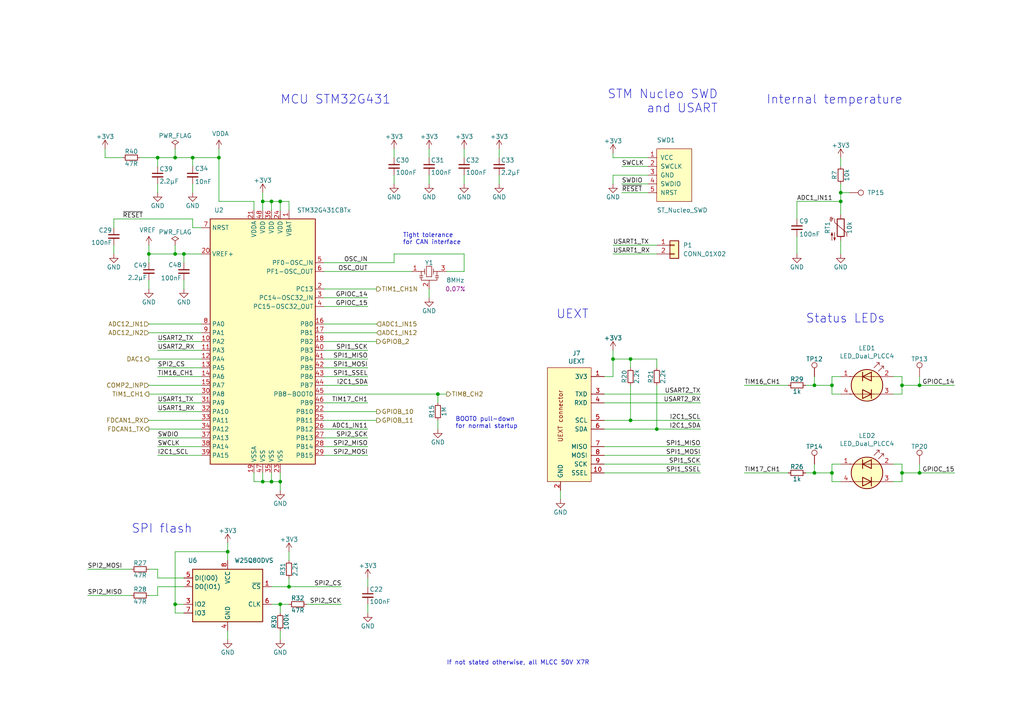
<source format=kicad_sch>
(kicad_sch (version 20211123) (generator eeschema)
  (paper "A4")
  (title_block (title "MPPT 2420 HC") (date "2021-03-17") (rev "0.2.3") (company "Copyright © 2020 Libre Solar Technologies GmbH") (comment 1 "Licensed under CERN-OHL-W version 2") (comment 2 "Author: Martin Jäger"))
  (lib_symbols
    (symbol "Connector:TestPoint" (pin_numbers hide) (pin_names (offset 0.762) hide)
      (property "Reference" "TP" (at 0 6.858 0))
      (property "Value" "TestPoint" (at 0 5.08 0))
      (symbol "TestPoint_0_1"
        (circle (center 0 3.302) (radius 0.762))
      )
      (symbol "TestPoint_1_1"
        (pin passive line (at 0 0 90) (length 2.54) (name "1") (number "1"))
      )
    )
    (symbol "Connector_Generic:Conn_01x02" (pin_names (offset 1.016) hide)
      (property "Reference" "J" (at 0 2.54 0))
      (property "Value" "Conn_01x02" (at 0 -5.08 0))
      (symbol "Conn_01x02_1_1"
        (rectangle (start -1.27 -2.413) (end 0 -2.667) (stroke (width 0.1524)))
        (rectangle (start -1.27 0.127) (end 0 -0.127) (stroke (width 0.1524)))
        (rectangle (start -1.27 1.27) (end 1.27 -3.81) (stroke (width 0.254)) (fill (type background)))
        (pin passive line (at -5.08 0 0) (length 3.81) (name "Pin_1") (number "1"))
        (pin passive line (at -5.08 -2.54 0) (length 3.81) (name "Pin_2") (number "2"))
      )
    )
    (symbol "Device:Thermistor_NTC" (pin_numbers hide) (pin_names (offset 0))
      (property "Reference" "TH" (at -4.445 0 90))
      (property "Value" "Thermistor_NTC" (at 3.175 0 90))
      (symbol "Thermistor_NTC_0_1"
        (arc (start -3.048 2.159) (mid -3.0495 2.3143) (end -3.175 2.413))
        (arc (start -3.048 2.159) (mid -2.9736 1.9794) (end -2.794 1.905))
        (arc (start -3.048 2.794) (mid -2.9736 2.6144) (end -2.794 2.54))
        (arc (start -2.794 1.905) (mid -2.6144 1.9794) (end -2.54 2.159))
        (arc (start -2.794 2.54) (mid -2.4393 2.5587) (end -2.159 2.794))
        (arc (start -2.794 3.048) (mid -2.9736 2.9736) (end -3.048 2.794))
        (arc (start -2.54 2.794) (mid -2.6144 2.9736) (end -2.794 3.048))
        (rectangle (start -1.016 2.54) (end 1.016 -2.54) (stroke (width 0.254)))
        (polyline (pts (xy -2.54 2.159) (xy -2.54 2.794)))
        (polyline (pts (xy -1.778 2.54) (xy -1.778 1.524) (xy 1.778 -1.524) (xy 1.778 -2.54)))
        (polyline (pts (xy -2.54 -3.683) (xy -2.54 -1.397) (xy -2.794 -2.159) (xy -2.286 -2.159) (xy -2.54 -1.397) (xy -2.54 -1.651)) (fill (type outline)))
        (polyline (pts (xy -1.778 -1.397) (xy -1.778 -3.683) (xy -2.032 -2.921) (xy -1.524 -2.921) (xy -1.778 -3.683) (xy -1.778 -3.429)) (fill (type outline)))
      )
      (symbol "Thermistor_NTC_1_1"
        (pin passive line (at 0 3.81 270) (length 1.27) (name "~") (number "1"))
        (pin passive line (at 0 -3.81 90) (length 1.27) (name "~") (number "2"))
      )
    )
    (symbol "Memory_Flash:W25Q128JVS"
      (property "Reference" "U" (at -8.89 8.89 0))
      (property "Value" "W25Q128JVS" (at 7.62 8.89 0))
      (symbol "W25Q128JVS_0_1"
        (rectangle (start -10.16 7.62) (end 10.16 -7.62) (stroke (width 0.254)) (fill (type background)))
      )
      (symbol "W25Q128JVS_1_1"
        (pin input line (at -12.7 2.54 0) (length 2.54) (name "~{CS}") (number "1"))
        (pin bidirectional line (at 12.7 2.54 180) (length 2.54) (name "DO(IO1)") (number "2"))
        (pin bidirectional line (at 12.7 -2.54 180) (length 2.54) (name "IO2") (number "3"))
        (pin power_in line (at 0 -10.16 90) (length 2.54) (name "GND") (number "4"))
        (pin bidirectional line (at 12.7 5.08 180) (length 2.54) (name "DI(IO0)") (number "5"))
        (pin input line (at -12.7 -2.54 0) (length 2.54) (name "CLK") (number "6"))
        (pin bidirectional line (at 12.7 -5.08 180) (length 2.54) (name "IO3") (number "7"))
        (pin power_in line (at 0 10.16 270) (length 2.54) (name "VCC") (number "8"))
      )
    )
    (symbol "Project:C" (pin_numbers hide) (pin_names (offset 0.254) hide)
      (property "Reference" "C" (at 0.635 1.905 0))
      (property "Value" "C" (at 0.635 -1.905 0))
      (symbol "C_0_1"
        (polyline (pts (xy -1.524 -0.508) (xy 1.524 -0.508)) (stroke (width 0.3302)))
        (polyline (pts (xy -1.524 0.508) (xy 0 0.508) (xy 1.524 0.508)) (stroke (width 0.3048)))
      )
      (symbol "C_1_1"
        (pin passive line (at 0 2.54 270) (length 1.905) (name "~") (number "1"))
        (pin passive line (at 0 -2.54 90) (length 2.032) (name "~") (number "2"))
      )
    )
    (symbol "Project:R" (pin_numbers hide) (pin_names (offset 0.254) hide)
      (property "Reference" "R" (at -1.905 0 90))
      (property "Value" "R" (at 1.905 0 90))
      (symbol "R_0_1"
        (rectangle (start -0.762 1.778) (end 0.762 -1.778) (stroke (width 0.2032)))
      )
      (symbol "R_1_1"
        (pin passive line (at 0 2.54 270) (length 0.762) (name "~") (number "1"))
        (pin passive line (at 0 -2.54 90) (length 0.762) (name "~") (number "2"))
      )
    )
    (symbol "Project:Resonator" (pin_names (offset 1.016) hide)
      (property "Reference" "Y" (at 0 2.54 0))
      (property "Value" "Resonator" (at 1.016 -4.572 0))
      (symbol "Resonator_0_1"
        (rectangle (start -0.762 -1.524) (end 0.762 1.524))
        (polyline (pts (xy -3.048 0) (xy -1.27 0)))
        (polyline (pts (xy -2.794 -1.778) (xy -1.778 -1.778)))
        (polyline (pts (xy -2.286 0) (xy -2.286 -1.27)))
        (polyline (pts (xy -1.27 -0.762) (xy -1.27 0.762)))
        (polyline (pts (xy 1.27 -0.762) (xy 1.27 0.762)))
        (polyline (pts (xy 1.27 0) (xy 3.048 0)))
        (polyline (pts (xy 1.778 -1.778) (xy 2.794 -1.778)))
        (polyline (pts (xy 1.778 -1.27) (xy 2.794 -1.27)))
        (polyline (pts (xy 2.286 0) (xy 2.286 -1.27)))
        (polyline (pts (xy -2.286 -1.778) (xy -2.286 -2.54) (xy 0 -2.54)))
        (polyline (pts (xy 2.286 -1.778) (xy 2.286 -2.54) (xy -0.254 -2.54)))
      )
      (symbol "Resonator_1_1"
        (polyline (pts (xy -2.794 -1.27) (xy -1.778 -1.27)))
        (pin passive line (at -5.08 0 0) (length 2.032) (name "1") (number "1"))
        (pin input line (at 0 -5.08 90) (length 2.54) (name "2") (number "2"))
        (pin passive line (at 5.08 0 180) (length 2.032) (name "3") (number "3"))
      )
    )
    (symbol "Project:UEXT" (pin_names (offset 1.016))
      (property "Reference" "J" (at -6.35 19.05 0))
      (property "Value" "UEXT" (at 6.35 19.05 0))
      (symbol "UEXT_0_0"
        (text "UEXT connector" (at -2.54 3.81 900) (effects (font (size 1.27 1.27))))
        (pin passive line (at 10.16 7.62 180) (length 3.81) (name "RXD") (number "4"))
      )
      (symbol "UEXT_0_1"
        (rectangle (start -6.35 17.78) (end 6.35 -15.24) (fill (type background)))
      )
      (symbol "UEXT_1_1"
        (pin passive line (at 10.16 15.24 180) (length 3.81) (name "3V3") (number "1"))
        (pin passive line (at 10.16 -12.7 180) (length 3.81) (name "SSEL") (number "10"))
        (pin passive line (at -2.54 -17.78 90) (length 2.54) (name "GND") (number "2"))
        (pin passive line (at 10.16 10.16 180) (length 3.81) (name "TXD") (number "3"))
        (pin passive line (at 10.16 2.54 180) (length 3.81) (name "SCL") (number "5"))
        (pin passive line (at 10.16 0 180) (length 3.81) (name "SDA") (number "6"))
        (pin passive line (at 10.16 -5.08 180) (length 3.81) (name "MISO") (number "7"))
        (pin passive line (at 10.16 -7.62 180) (length 3.81) (name "MOSI") (number "8"))
        (pin passive line (at 10.16 -10.16 180) (length 3.81) (name "SCK") (number "9"))
      )
    )
    (symbol "mppt-2420-hc-rescue:+3.3V-power" (power) (pin_names (offset 0))
      (property "Value" "+3.3V-power" (at 0 3.556 0))
      (symbol "+3.3V-power_0_1"
        (polyline (pts (xy -0.762 1.27) (xy 0 2.54)))
        (polyline (pts (xy 0 0) (xy 0 2.54)))
        (polyline (pts (xy 0 2.54) (xy 0.762 1.27)))
      )
      (symbol "+3.3V-power_1_1"
        (pin power_in line (at 0 0 90) (length 0) hide (name "+3V3") (number "1"))
      )
    )
    (symbol "mppt-2420-hc-rescue:LED_Dual_CACA_BackToBack-LibreSolar" (pin_names (offset 0) hide)
      (property "Reference" "D" (at 0 5.715 0))
      (property "Value" "LED_Dual_CACA_BackToBack-LibreSolar" (at 0 -6.35 0))
      (symbol "LED_Dual_CACA_BackToBack-LibreSolar_0_1"
        (polyline (pts (xy -5.08 -2.54) (xy 2.032 -2.54)))
        (polyline (pts (xy -5.08 2.54) (xy 2.032 2.54)))
        (polyline (pts (xy -1.27 3.81) (xy -1.27 1.27)) (stroke (width 0.254)))
        (polyline (pts (xy 1.27 -1.27) (xy 1.27 -3.81)) (stroke (width 0.254)))
        (polyline (pts (xy 3.81 -2.54) (xy 1.905 -2.54)))
        (polyline (pts (xy 3.81 2.54) (xy 1.905 2.54)))
        (polyline (pts (xy -1.27 -3.81) (xy -1.27 -1.27) (xy 1.27 -2.54) (xy -1.27 -3.81)) (stroke (width 0.254)))
        (polyline (pts (xy 1.27 3.81) (xy 1.27 1.27) (xy -1.27 2.54) (xy 1.27 3.81)) (stroke (width 0.254)))
        (polyline (pts (xy 2.032 5.08) (xy 3.556 6.604) (xy 2.794 6.604) (xy 3.556 6.604) (xy 3.556 5.842)))
        (polyline (pts (xy 3.302 4.064) (xy 4.826 5.588) (xy 4.064 5.588) (xy 4.826 5.588) (xy 4.826 4.826)))
        (circle (center 0 0) (radius 4.572) (stroke (width 0.254)) (fill (type background)))
      )
      (symbol "LED_Dual_CACA_BackToBack-LibreSolar_1_1"
        (pin input line (at -7.62 2.54 0) (length 3.048) (name "A1") (number "1"))
        (pin input line (at 7.62 2.54 180) (length 3.81) (name "K1") (number "2"))
        (pin input line (at 7.62 -2.54 180) (length 3.81) (name "A2") (number "3"))
        (pin input line (at -7.62 -2.54 0) (length 3.048) (name "K2") (number "4"))
      )
    )
    (symbol "mppt-2420-hc-rescue:STM32G431CBTx-LibreSolar"
      (property "Reference" "U" (at -15.24 36.83 0))
      (property "Value" "STM32G431CBTx-LibreSolar" (at 10.16 38.1 0))
      (symbol "STM32G431CBTx-LibreSolar_0_1"
        (rectangle (start -15.24 -35.56) (end 15.24 35.56) (stroke (width 0.254)) (fill (type background)))
      )
      (symbol "STM32G431CBTx-LibreSolar_1_1"
        (pin power_in line (at -7.62 38.1 270) (length 2.54) (name "VBAT") (number "1"))
        (pin bidirectional line (at 17.78 0 180) (length 2.54) (name "PA2") (number "10"))
        (pin bidirectional line (at 17.78 -2.54 180) (length 2.54) (name "PA3") (number "11"))
        (pin bidirectional line (at 17.78 -5.08 180) (length 2.54) (name "PA4") (number "12"))
        (pin bidirectional line (at 17.78 -7.62 180) (length 2.54) (name "PA5") (number "13"))
        (pin bidirectional line (at 17.78 -10.16 180) (length 2.54) (name "PA6") (number "14"))
        (pin bidirectional line (at 17.78 -12.7 180) (length 2.54) (name "PA7") (number "15"))
        (pin bidirectional line (at -17.78 5.08 0) (length 2.54) (name "PB0") (number "16"))
        (pin bidirectional line (at -17.78 2.54 0) (length 2.54) (name "PB1") (number "17"))
        (pin bidirectional line (at -17.78 0 0) (length 2.54) (name "PB2") (number "18"))
        (pin power_in line (at 2.54 -38.1 90) (length 2.54) (name "VSSA") (number "19"))
        (pin bidirectional line (at -17.78 15.24 0) (length 2.54) (name "PC13") (number "2"))
        (pin power_in line (at 17.78 25.4 180) (length 2.54) (name "VREF+") (number "20"))
        (pin power_in line (at 2.54 38.1 270) (length 2.54) (name "VDDA") (number "21"))
        (pin bidirectional line (at -17.78 -20.32 0) (length 2.54) (name "PB10") (number "22"))
        (pin power_in line (at -5.08 -38.1 90) (length 2.54) (name "VSS") (number "23"))
        (pin power_in line (at -5.08 38.1 270) (length 2.54) (name "VDD") (number "24"))
        (pin bidirectional line (at -17.78 -22.86 0) (length 2.54) (name "PB11") (number "25"))
        (pin bidirectional line (at -17.78 -25.4 0) (length 2.54) (name "PB12") (number "26"))
        (pin bidirectional line (at -17.78 -27.94 0) (length 2.54) (name "PB13") (number "27"))
        (pin bidirectional line (at -17.78 -30.48 0) (length 2.54) (name "PB14") (number "28"))
        (pin bidirectional line (at -17.78 -33.02 0) (length 2.54) (name "PB15") (number "29"))
        (pin bidirectional line (at -17.78 12.7 0) (length 2.54) (name "PC14-OSC32_IN") (number "3"))
        (pin bidirectional line (at 17.78 -15.24 180) (length 2.54) (name "PA8") (number "30"))
        (pin bidirectional line (at 17.78 -17.78 180) (length 2.54) (name "PA9") (number "31"))
        (pin bidirectional line (at 17.78 -20.32 180) (length 2.54) (name "PA10") (number "32"))
        (pin bidirectional line (at 17.78 -22.86 180) (length 2.54) (name "PA11") (number "33"))
        (pin bidirectional line (at 17.78 -25.4 180) (length 2.54) (name "PA12") (number "34"))
        (pin power_in line (at -2.54 -38.1 90) (length 2.54) (name "VSS") (number "35"))
        (pin power_in line (at -2.54 38.1 270) (length 2.54) (name "VDD") (number "36"))
        (pin bidirectional line (at 17.78 -27.94 180) (length 2.54) (name "PA13") (number "37"))
        (pin bidirectional line (at 17.78 -30.48 180) (length 2.54) (name "PA14") (number "38"))
        (pin bidirectional line (at 17.78 -33.02 180) (length 2.54) (name "PA15") (number "39"))
        (pin bidirectional line (at -17.78 10.16 0) (length 2.54) (name "PC15-OSC32_OUT") (number "4"))
        (pin bidirectional line (at -17.78 -2.54 0) (length 2.54) (name "PB3") (number "40"))
        (pin bidirectional line (at -17.78 -5.08 0) (length 2.54) (name "PB4") (number "41"))
        (pin bidirectional line (at -17.78 -7.62 0) (length 2.54) (name "PB5") (number "42"))
        (pin bidirectional line (at -17.78 -10.16 0) (length 2.54) (name "PB6") (number "43"))
        (pin bidirectional line (at -17.78 -12.7 0) (length 2.54) (name "PB7") (number "44"))
        (pin input line (at -17.78 -15.24 0) (length 2.54) (name "PB8-BOOT0") (number "45"))
        (pin bidirectional line (at -17.78 -17.78 0) (length 2.54) (name "PB9") (number "46"))
        (pin power_in line (at 0 -38.1 90) (length 2.54) (name "VSS") (number "47"))
        (pin power_in line (at 0 38.1 270) (length 2.54) (name "VDD") (number "48"))
        (pin input line (at -17.78 22.86 0) (length 2.54) (name "PF0-OSC_IN") (number "5"))
        (pin input line (at -17.78 20.32 0) (length 2.54) (name "PF1-OSC_OUT") (number "6"))
        (pin input line (at 17.78 33.02 180) (length 2.54) (name "NRST") (number "7"))
        (pin bidirectional line (at 17.78 5.08 180) (length 2.54) (name "PA0") (number "8"))
        (pin bidirectional line (at 17.78 2.54 180) (length 2.54) (name "PA1") (number "9"))
      )
    )
    (symbol "mppt-2420-hc-rescue:ST_Nucleo_SWD_5p-LibreSolar" (pin_names (offset 1.016))
      (property "Reference" "J" (at 0 8.89 0))
      (property "Value" "ST_Nucleo_SWD_5p-LibreSolar" (at 0 -8.89 0))
      (symbol "ST_Nucleo_SWD_5p-LibreSolar_0_1"
        (rectangle (start -5.08 7.62) (end 5.08 -7.62) (fill (type background)))
      )
      (symbol "ST_Nucleo_SWD_5p-LibreSolar_1_1"
        (pin passive line (at -7.62 5.08 0) (length 2.54) (name "VCC") (number "1"))
        (pin passive line (at -7.62 2.54 0) (length 2.54) (name "SWCLK") (number "2"))
        (pin passive line (at -7.62 0 0) (length 2.54) (name "GND") (number "3"))
        (pin passive line (at -7.62 -2.54 0) (length 2.54) (name "SWDIO") (number "4"))
        (pin passive line (at -7.62 -5.08 0) (length 2.54) (name "NRST") (number "5"))
      )
    )
    (symbol "mppt-2420-hc-rescue:VREF-LibreSolar" (power) (pin_names (offset 0))
      (property "Value" "VREF-LibreSolar" (at 0 3.81 0))
      (symbol "VREF-LibreSolar_0_1"
        (polyline (pts (xy -0.762 1.27) (xy 0 2.54)))
        (polyline (pts (xy 0 0) (xy 0 2.54)))
        (polyline (pts (xy 0 2.54) (xy 0.762 1.27)))
      )
      (symbol "VREF-LibreSolar_1_1"
        (pin power_in line (at 0 0 90) (length 0) hide (name "VREF") (number "1"))
      )
    )
    (symbol "power:GND" (power) (pin_names (offset 0))
      (property "Value" "GND" (at 0 -3.81 0))
      (symbol "GND_0_1"
        (polyline (pts (xy 0 0) (xy 0 -1.27) (xy 1.27 -1.27) (xy 0 -2.54) (xy -1.27 -1.27) (xy 0 -1.27)))
      )
      (symbol "GND_1_1"
        (pin power_in line (at 0 0 270) (length 0) hide (name "GND") (number "1"))
      )
    )
    (symbol "power:PWR_FLAG" (power) (pin_numbers hide) (pin_names (offset 0) hide)
      (property "Value" "PWR_FLAG" (at 0 3.81 0))
      (symbol "PWR_FLAG_0_0"
        (pin power_out line (at 0 0 90) (length 0) (name "pwr") (number "1"))
      )
      (symbol "PWR_FLAG_0_1"
        (polyline (pts (xy 0 0) (xy 0 1.27) (xy -1.016 1.905) (xy 0 2.54) (xy 1.016 1.905) (xy 0 1.27)))
      )
    )
    (symbol "power:VDDA" (power) (pin_names (offset 0))
      (property "Value" "VDDA" (at 0 3.81 0))
      (symbol "VDDA_0_1"
        (polyline (pts (xy -0.762 1.27) (xy 0 2.54)))
        (polyline (pts (xy 0 0) (xy 0 2.54)))
        (polyline (pts (xy 0 2.54) (xy 0.762 1.27)))
      )
      (symbol "VDDA_1_1"
        (pin power_in line (at 0 0 90) (length 0) hide (name "VDDA") (number "1"))
      )
    )
  )
  (junction (at 241.3 111.76))
  (junction (at 66.04 160.02))
  (junction (at 127 114.3))
  (junction (at 81.28 58.42))
  (junction (at 266.7 111.76))
  (junction (at 190.5 124.46))
  (junction (at 50.8 175.26))
  (junction (at 81.28 139.7))
  (junction (at 177.8 104.14))
  (junction (at 78.74 139.7))
  (junction (at 261.62 137.16))
  (junction (at 182.88 104.14))
  (junction (at 63.5 45.72))
  (junction (at 241.3 137.16))
  (junction (at 243.84 58.42))
  (junction (at 50.8 45.72))
  (junction (at 45.72 45.72))
  (junction (at 243.84 55.88))
  (junction (at 53.34 73.66))
  (junction (at 236.22 137.16))
  (junction (at 261.62 111.76))
  (junction (at 182.88 121.92))
  (junction (at 55.88 45.72))
  (junction (at 83.82 170.18))
  (junction (at 266.7 137.16))
  (junction (at 43.18 73.66))
  (junction (at 50.8 73.66))
  (junction (at 78.74 58.42))
  (junction (at 236.22 111.76))
  (junction (at 76.2 58.42))
  (junction (at 81.28 175.26))
  (junction (at 76.2 139.7))
  (wire (pts (xy 76.2 139.7) (xy 76.2 137.16)))
  (wire (pts (xy 81.28 142.24) (xy 81.28 139.7)))
  (wire (pts (xy 109.22 99.06) (xy 93.98 99.06)))
  (wire (pts (xy 241.3 137.16) (xy 241.3 139.7)))
  (wire (pts (xy 45.72 172.72) (xy 43.18 172.72)))
  (wire (pts (xy 45.72 167.64) (xy 53.34 167.64)))
  (wire (pts (xy 76.2 55.88) (xy 76.2 58.42)))
  (wire (pts (xy 58.42 124.46) (xy 43.18 124.46)))
  (wire (pts (xy 55.88 53.34) (xy 55.88 55.88)))
  (wire (pts (xy 58.42 114.3) (xy 43.18 114.3)))
  (wire (pts (xy 43.18 121.92) (xy 58.42 121.92)))
  (wire (pts (xy 261.62 137.16) (xy 261.62 134.62)))
  (wire (pts (xy 236.22 137.16) (xy 236.22 134.62)))
  (wire (pts (xy 127 114.3) (xy 93.98 114.3)))
  (wire (pts (xy 73.66 139.7) (xy 73.66 137.16)))
  (wire (pts (xy 78.74 58.42) (xy 78.74 60.96)))
  (wire (pts (xy 190.5 124.46) (xy 203.2 124.46)))
  (wire (pts (xy 261.62 111.76) (xy 266.7 111.76)))
  (wire (pts (xy 266.7 109.22) (xy 266.7 111.76)))
  (wire (pts (xy 236.22 111.76) (xy 233.68 111.76)))
  (wire (pts (xy 55.88 45.72) (xy 55.88 48.26)))
  (wire (pts (xy 81.28 182.88) (xy 81.28 185.42)))
  (wire (pts (xy 63.5 43.18) (xy 63.5 45.72)))
  (wire (pts (xy 38.1 172.72) (xy 25.4 172.72)))
  (wire (pts (xy 58.42 109.22) (xy 45.72 109.22)))
  (wire (pts (xy 134.62 50.8) (xy 134.62 53.34)))
  (wire (pts (xy 182.88 111.76) (xy 182.88 121.92)))
  (wire (pts (xy 106.68 116.84) (xy 93.98 116.84)))
  (wire (pts (xy 106.68 167.64) (xy 106.68 170.18)))
  (wire (pts (xy 177.8 71.12) (xy 190.5 71.12)))
  (wire (pts (xy 53.34 73.66) (xy 53.34 76.2)))
  (wire (pts (xy 241.3 134.62) (xy 241.3 137.16)))
  (wire (pts (xy 93.98 88.9) (xy 106.68 88.9)))
  (wire (pts (xy 55.88 45.72) (xy 63.5 45.72)))
  (wire (pts (xy 45.72 45.72) (xy 50.8 45.72)))
  (wire (pts (xy 83.82 60.96) (xy 83.82 58.42)))
  (wire (pts (xy 50.8 71.12) (xy 50.8 73.66)))
  (wire (pts (xy 241.3 114.3) (xy 241.3 111.76)))
  (wire (pts (xy 78.74 170.18) (xy 83.82 170.18)))
  (wire (pts (xy 58.42 106.68) (xy 45.72 106.68)))
  (wire (pts (xy 33.02 71.12) (xy 33.02 73.66)))
  (wire (pts (xy 43.18 111.76) (xy 58.42 111.76)))
  (wire (pts (xy 58.42 99.06) (xy 45.72 99.06)))
  (wire (pts (xy 241.3 109.22) (xy 243.84 109.22)))
  (wire (pts (xy 78.74 175.26) (xy 81.28 175.26)))
  (wire (pts (xy 63.5 45.72) (xy 63.5 58.42)))
  (wire (pts (xy 134.62 78.74) (xy 129.54 78.74)))
  (wire (pts (xy 73.66 60.96) (xy 73.66 58.42)))
  (wire (pts (xy 177.8 44.45) (xy 177.8 45.72)))
  (wire (pts (xy 93.98 93.98) (xy 109.22 93.98)))
  (wire (pts (xy 241.3 111.76) (xy 241.3 109.22)))
  (wire (pts (xy 45.72 170.18) (xy 45.72 172.72)))
  (wire (pts (xy 182.88 106.68) (xy 182.88 104.14)))
  (wire (pts (xy 175.26 137.16) (xy 203.2 137.16)))
  (wire (pts (xy 43.18 76.2) (xy 43.18 73.66)))
  (wire (pts (xy 66.04 182.88) (xy 66.04 185.42)))
  (wire (pts (xy 45.72 127) (xy 58.42 127)))
  (wire (pts (xy 55.88 63.5) (xy 55.88 66.04)))
  (wire (pts (xy 175.26 116.84) (xy 203.2 116.84)))
  (wire (pts (xy 50.8 177.8) (xy 53.34 177.8)))
  (wire (pts (xy 30.48 45.72) (xy 30.48 43.18)))
  (wire (pts (xy 187.96 55.88) (xy 180.34 55.88)))
  (wire (pts (xy 261.62 109.22) (xy 261.62 111.76)))
  (wire (pts (xy 190.5 111.76) (xy 190.5 124.46)))
  (wire (pts (xy 175.26 121.92) (xy 182.88 121.92)))
  (wire (pts (xy 228.6 111.76) (xy 215.9 111.76)))
  (wire (pts (xy 182.88 121.92) (xy 203.2 121.92)))
  (wire (pts (xy 53.34 170.18) (xy 45.72 170.18)))
  (wire (pts (xy 106.68 177.8) (xy 106.68 175.26)))
  (wire (pts (xy 81.28 58.42) (xy 83.82 58.42)))
  (wire (pts (xy 58.42 96.52) (xy 43.18 96.52)))
  (wire (pts (xy 76.2 139.7) (xy 73.66 139.7)))
  (wire (pts (xy 175.26 134.62) (xy 203.2 134.62)))
  (wire (pts (xy 45.72 48.26) (xy 45.72 45.72)))
  (wire (pts (xy 241.3 134.62) (xy 243.84 134.62)))
  (wire (pts (xy 58.42 129.54) (xy 45.72 129.54)))
  (wire (pts (xy 243.84 114.3) (xy 241.3 114.3)))
  (wire (pts (xy 33.02 63.5) (xy 33.02 66.04)))
  (wire (pts (xy 177.8 50.8) (xy 177.8 53.34)))
  (wire (pts (xy 50.8 175.26) (xy 50.8 177.8)))
  (wire (pts (xy 45.72 45.72) (xy 40.64 45.72)))
  (wire (pts (xy 231.14 68.58) (xy 231.14 73.66)))
  (wire (pts (xy 106.68 106.68) (xy 93.98 106.68)))
  (wire (pts (xy 114.3 43.18) (xy 114.3 45.72)))
  (wire (pts (xy 93.98 111.76) (xy 106.68 111.76)))
  (wire (pts (xy 53.34 81.28) (xy 53.34 83.82)))
  (wire (pts (xy 93.98 127) (xy 106.68 127)))
  (wire (pts (xy 81.28 58.42) (xy 81.28 60.96)))
  (wire (pts (xy 93.98 76.2) (xy 114.3 76.2)))
  (wire (pts (xy 81.28 139.7) (xy 78.74 139.7)))
  (wire (pts (xy 276.86 137.16) (xy 266.7 137.16)))
  (wire (pts (xy 231.14 58.42) (xy 243.84 58.42)))
  (wire (pts (xy 228.6 137.16) (xy 215.9 137.16)))
  (wire (pts (xy 134.62 43.18) (xy 134.62 45.72)))
  (wire (pts (xy 93.98 129.54) (xy 106.68 129.54)))
  (wire (pts (xy 259.08 109.22) (xy 261.62 109.22)))
  (wire (pts (xy 114.3 76.2) (xy 114.3 73.66)))
  (wire (pts (xy 50.8 45.72) (xy 55.88 45.72)))
  (wire (pts (xy 187.96 50.8) (xy 177.8 50.8)))
  (wire (pts (xy 177.8 73.66) (xy 190.5 73.66)))
  (wire (pts (xy 106.68 86.36) (xy 93.98 86.36)))
  (wire (pts (xy 50.8 73.66) (xy 43.18 73.66)))
  (wire (pts (xy 109.22 96.52) (xy 93.98 96.52)))
  (wire (pts (xy 81.28 139.7) (xy 81.28 137.16)))
  (wire (pts (xy 58.42 93.98) (xy 43.18 93.98)))
  (wire (pts (xy 93.98 132.08) (xy 106.68 132.08)))
  (wire (pts (xy 187.96 48.26) (xy 180.34 48.26)))
  (wire (pts (xy 177.8 104.14) (xy 177.8 101.6)))
  (wire (pts (xy 175.26 129.54) (xy 203.2 129.54)))
  (wire (pts (xy 261.62 114.3) (xy 259.08 114.3)))
  (wire (pts (xy 45.72 119.38) (xy 58.42 119.38)))
  (wire (pts (xy 190.5 106.68) (xy 190.5 104.14)))
  (wire (pts (xy 33.02 63.5) (xy 55.88 63.5)))
  (wire (pts (xy 124.46 83.82) (xy 124.46 86.36)))
  (wire (pts (xy 175.26 114.3) (xy 203.2 114.3)))
  (wire (pts (xy 106.68 101.6) (xy 93.98 101.6)))
  (wire (pts (xy 53.34 175.26) (xy 50.8 175.26)))
  (wire (pts (xy 243.84 53.34) (xy 243.84 55.88)))
  (wire (pts (xy 259.08 134.62) (xy 261.62 134.62)))
  (wire (pts (xy 134.62 73.66) (xy 134.62 78.74)))
  (wire (pts (xy 93.98 119.38) (xy 109.22 119.38)))
  (wire (pts (xy 66.04 160.02) (xy 66.04 162.56)))
  (wire (pts (xy 25.4 165.1) (xy 38.1 165.1)))
  (wire (pts (xy 182.88 104.14) (xy 190.5 104.14)))
  (wire (pts (xy 231.14 63.5) (xy 231.14 58.42)))
  (wire (pts (xy 83.82 170.18) (xy 83.82 167.64)))
  (wire (pts (xy 243.84 45.72) (xy 243.84 48.26)))
  (wire (pts (xy 241.3 139.7) (xy 243.84 139.7)))
  (wire (pts (xy 93.98 78.74) (xy 119.38 78.74)))
  (wire (pts (xy 177.8 45.72) (xy 187.96 45.72)))
  (wire (pts (xy 66.04 157.48) (xy 66.04 160.02)))
  (wire (pts (xy 124.46 53.34) (xy 124.46 50.8)))
  (wire (pts (xy 114.3 73.66) (xy 134.62 73.66)))
  (wire (pts (xy 81.28 177.8) (xy 81.28 175.26)))
  (wire (pts (xy 175.26 109.22) (xy 177.8 109.22)))
  (wire (pts (xy 88.9 175.26) (xy 99.06 175.26)))
  (wire (pts (xy 144.78 50.8) (xy 144.78 53.34)))
  (wire (pts (xy 78.74 58.42) (xy 81.28 58.42)))
  (wire (pts (xy 50.8 160.02) (xy 66.04 160.02)))
  (wire (pts (xy 259.08 139.7) (xy 261.62 139.7)))
  (wire (pts (xy 109.22 121.92) (xy 93.98 121.92)))
  (wire (pts (xy 124.46 43.18) (xy 124.46 45.72)))
  (wire (pts (xy 243.84 55.88) (xy 243.84 58.42)))
  (wire (pts (xy 76.2 58.42) (xy 78.74 58.42)))
  (wire (pts (xy 43.18 71.12) (xy 43.18 73.66)))
  (wire (pts (xy 261.62 139.7) (xy 261.62 137.16)))
  (wire (pts (xy 83.82 170.18) (xy 99.06 170.18)))
  (wire (pts (xy 93.98 124.46) (xy 106.68 124.46)))
  (wire (pts (xy 236.22 111.76) (xy 241.3 111.76)))
  (wire (pts (xy 109.22 83.82) (xy 93.98 83.82)))
  (wire (pts (xy 114.3 53.34) (xy 114.3 50.8)))
  (wire (pts (xy 45.72 116.84) (xy 58.42 116.84)))
  (wire (pts (xy 43.18 81.28) (xy 43.18 83.82)))
  (wire (pts (xy 243.84 69.85) (xy 243.84 73.66)))
  (wire (pts (xy 182.88 104.14) (xy 177.8 104.14)))
  (wire (pts (xy 78.74 139.7) (xy 78.74 137.16)))
  (wire (pts (xy 236.22 137.16) (xy 241.3 137.16)))
  (wire (pts (xy 203.2 132.08) (xy 175.26 132.08)))
  (wire (pts (xy 144.78 45.72) (xy 144.78 43.18)))
  (wire (pts (xy 246.38 55.88) (xy 243.84 55.88)))
  (wire (pts (xy 266.7 111.76) (xy 276.86 111.76)))
  (wire (pts (xy 50.8 175.26) (xy 50.8 160.02)))
  (wire (pts (xy 73.66 58.42) (xy 63.5 58.42)))
  (wire (pts (xy 266.7 137.16) (xy 261.62 137.16)))
  (wire (pts (xy 58.42 132.08) (xy 45.72 132.08)))
  (wire (pts (xy 76.2 58.42) (xy 76.2 60.96)))
  (wire (pts (xy 162.56 142.24) (xy 162.56 144.78)))
  (wire (pts (xy 35.56 45.72) (xy 30.48 45.72)))
  (wire (pts (xy 81.28 175.26) (xy 83.82 175.26)))
  (wire (pts (xy 177.8 109.22) (xy 177.8 104.14)))
  (wire (pts (xy 58.42 101.6) (xy 45.72 101.6)))
  (wire (pts (xy 243.84 58.42) (xy 243.84 62.23)))
  (wire (pts (xy 93.98 109.22) (xy 106.68 109.22)))
  (wire (pts (xy 127 114.3) (xy 127 116.84)))
  (wire (pts (xy 45.72 53.34) (xy 45.72 55.88)))
  (wire (pts (xy 261.62 111.76) (xy 261.62 114.3)))
  (wire (pts (xy 93.98 104.14) (xy 106.68 104.14)))
  (wire (pts (xy 233.68 137.16) (xy 236.22 137.16)))
  (wire (pts (xy 175.26 124.46) (xy 190.5 124.46)))
  (wire (pts (xy 50.8 43.18) (xy 50.8 45.72)))
  (wire (pts (xy 187.96 53.34) (xy 180.34 53.34)))
  (wire (pts (xy 53.34 73.66) (xy 50.8 73.66)))
  (wire (pts (xy 45.72 165.1) (xy 45.72 167.64)))
  (wire (pts (xy 127 121.92) (xy 127 124.46)))
  (wire (pts (xy 83.82 162.56) (xy 83.82 160.02)))
  (wire (pts (xy 236.22 109.22) (xy 236.22 111.76)))
  (wire (pts (xy 129.54 114.3) (xy 127 114.3)))
  (wire (pts (xy 43.18 104.14) (xy 58.42 104.14)))
  (wire (pts (xy 43.18 165.1) (xy 45.72 165.1)))
  (wire (pts (xy 55.88 66.04) (xy 58.42 66.04)))
  (wire (pts (xy 58.42 73.66) (xy 53.34 73.66)))
  (wire (pts (xy 266.7 137.16) (xy 266.7 134.62)))
  (wire (pts (xy 78.74 139.7) (xy 76.2 139.7)))
  (text "BOOT0 pull-down\nfor normal startup" (at 132.08 124.46 0) (effects (font (size 1.27 1.27)) (justify left bottom)))
  (text "If not stated otherwise, all MLCC 50V X7R" (at 129.54 193.04 0) (effects (font (size 1.27 1.27)) (justify left bottom)))
  (text "Tight tolerance\nfor CAN interface" (at 116.84 71.12 0) (effects (font (size 1.27 1.27)) (justify left bottom)))
  (text "UEXT" (at 161.29 92.71 0) (effects (font (size 2.54 2.54)) (justify left bottom)))
  (text "Internal temperature" (at 222.25 30.48 0) (effects (font (size 2.54 2.54)) (justify left bottom)))
  (text "STM Nucleo SWD\nand USART" (at 208.28 33.02 180) (effects (font (size 2.54 2.54)) (justify right bottom)))
  (text "MCU STM32G431" (at 81.28 30.48 0) (effects (font (size 2.54 2.54)) (justify left bottom)))
  (text "SPI flash" (at 38.1 154.94 0) (effects (font (size 2.54 2.54)) (justify left bottom)))
  (text "Status LEDs" (at 233.68 93.98 0) (effects (font (size 2.54 2.54)) (justify left bottom)))
  (label "SPI1_MOSI" (at 106.68 106.68 180))
  (label "USART1_RX" (at 177.8 73.66 0))
  (label "SPI1_MOSI" (at 203.2 132.08 180))
  (label "SPI2_MISO" (at 25.4 172.72 0))
  (label "~{RESET}" (at 35.56 63.5 0))
  (label "USART1_RX" (at 45.72 119.38 0))
  (label "USART2_RX" (at 203.2 116.84 180))
  (label "SPI1_MISO" (at 203.2 129.54 180))
  (label "ADC1_IN11" (at 231.14 58.42 0))
  (label "TIM16_CH1" (at 45.72 109.22 0))
  (label "SPI2_CS" (at 99.06 170.18 180))
  (label "GPIOC_15" (at 106.68 88.9 180))
  (label "USART2_TX" (at 203.2 114.3 180))
  (label "SPI2_SCK" (at 106.68 127 180))
  (label "SPI1_SSEL" (at 203.2 137.16 180))
  (label "SWDIO" (at 45.72 127 0))
  (label "USART2_TX" (at 45.72 99.06 0))
  (label "SPI1_SCK" (at 203.2 134.62 180))
  (label "SPI2_MOSI" (at 25.4 165.1 0))
  (label "TIM17_CH1" (at 215.9 137.16 0))
  (label "SWCLK" (at 45.72 129.54 0))
  (label "USART1_TX" (at 45.72 116.84 0))
  (label "GPIOC_15" (at 276.86 137.16 180))
  (label "USART2_RX" (at 45.72 101.6 0))
  (label "TIM16_CH1" (at 215.9 111.76 0))
  (label "OSC_IN" (at 106.68 76.2 180))
  (label "SWDIO" (at 180.34 53.34 0))
  (label "USART1_TX" (at 177.8 71.12 0))
  (label "SPI2_CS" (at 45.72 106.68 0))
  (label "SPI2_MOSI" (at 106.68 132.08 180))
  (label "GPIOC_14" (at 276.86 111.76 180))
  (label "~{RESET}" (at 180.34 55.88 0))
  (label "I2C1_SDA" (at 106.68 111.76 180))
  (label "ADC1_IN11" (at 106.68 124.46 180))
  (label "SPI1_SCK" (at 106.68 101.6 180))
  (label "I2C1_SCL" (at 45.72 132.08 0))
  (label "SWCLK" (at 180.34 48.26 0))
  (label "I2C1_SCL" (at 203.2 121.92 180))
  (label "SPI1_SSEL" (at 106.68 109.22 180))
  (label "SPI2_MISO" (at 106.68 129.54 180))
  (label "GPIOC_14" (at 106.68 86.36 180))
  (label "SPI1_MISO" (at 106.68 104.14 180))
  (label "OSC_OUT" (at 106.68 78.74 180))
  (label "TIM17_CH1" (at 106.68 116.84 180))
  (label "I2C1_SDA" (at 203.2 124.46 180))
  (label "SPI2_SCK" (at 99.06 175.26 180))
  (hierarchical_label "GPIOB_11" (shape output) (at 109.22 121.92 0))
  (hierarchical_label "TIM1_CH1N" (shape output) (at 109.22 83.82 0))
  (hierarchical_label "ADC1_IN12" (shape input) (at 109.22 96.52 0))
  (hierarchical_label "TIM8_CH2" (shape output) (at 129.54 114.3 0))
  (hierarchical_label "FDCAN1_TX" (shape output) (at 43.18 124.46 180))
  (hierarchical_label "DAC1" (shape output) (at 43.18 104.14 180))
  (hierarchical_label "ADC12_IN1" (shape input) (at 43.18 93.98 180))
  (hierarchical_label "FDCAN1_RX" (shape input) (at 43.18 121.92 180))
  (hierarchical_label "ADC1_IN15" (shape input) (at 109.22 93.98 0))
  (hierarchical_label "TIM1_CH1" (shape output) (at 43.18 114.3 180))
  (hierarchical_label "ADC12_IN2" (shape input) (at 43.18 96.52 180))
  (hierarchical_label "GPIOB_10" (shape output) (at 109.22 119.38 0))
  (hierarchical_label "COMP2_INP" (shape input) (at 43.18 111.76 180))
  (hierarchical_label "GPIOB_2" (shape output) (at 109.22 99.06 0))
  (symbol (lib_id "power:GND") (at 114.3 53.34 0) (unit 1)
    (property "Reference" "#PWR09" (effects hide))
    (property "Value" "GND" (at 114.3 57.15 0))
  )
  (symbol (lib_id "power:GND") (at 124.46 53.34 0) (unit 1)
    (property "Reference" "#PWR010" (effects hide))
    (property "Value" "GND" (at 124.46 57.15 0))
  )
  (symbol (lib_id "power:GND") (at 134.62 53.34 0) (unit 1)
    (property "Reference" "#PWR011" (effects hide))
    (property "Value" "GND" (at 134.62 57.15 0))
  )
  (symbol (lib_id "power:GND") (at 144.78 53.34 0) (unit 1)
    (property "Reference" "#PWR012" (effects hide))
    (property "Value" "GND" (at 144.78 57.15 0))
  )
  (symbol (lib_id "power:GND") (at 55.88 55.88 0) (unit 1)
    (property "Reference" "#PWR013" (effects hide))
    (property "Value" "GND" (at 55.88 59.69 0))
  )
  (symbol (lib_id "mppt-2420-hc-rescue:+3.3V-power") (at 114.3 43.18 0) (unit 1)
    (property "Reference" "#PWR014" (effects hide))
    (property "Value" "+3.3V" (at 114.3 39.624 0))
  )
  (symbol (lib_id "mppt-2420-hc-rescue:+3.3V-power") (at 124.46 43.18 0) (unit 1)
    (property "Reference" "#PWR015" (effects hide))
    (property "Value" "+3.3V" (at 124.46 39.624 0))
  )
  (symbol (lib_id "mppt-2420-hc-rescue:+3.3V-power") (at 134.62 43.18 0) (unit 1)
    (property "Reference" "#PWR016" (effects hide))
    (property "Value" "+3.3V" (at 134.62 39.624 0))
  )
  (symbol (lib_id "mppt-2420-hc-rescue:+3.3V-power") (at 144.78 43.18 0) (unit 1)
    (property "Reference" "#PWR017" (effects hide))
    (property "Value" "+3.3V" (at 144.78 39.624 0))
  )
  (symbol (lib_id "mppt-2420-hc-rescue:+3.3V-power") (at 76.2 55.88 0) (unit 1)
    (property "Reference" "#PWR024" (effects hide))
    (property "Value" "+3.3V" (at 76.2 52.324 0))
  )
  (symbol (lib_id "mppt-2420-hc-rescue:+3.3V-power") (at 30.48 43.18 0) (unit 1)
    (property "Reference" "#PWR025" (effects hide))
    (property "Value" "+3.3V" (at 30.48 39.624 0))
  )
  (symbol (lib_id "power:GND") (at 33.02 73.66 0) (mirror y) (unit 1)
    (property "Reference" "#PWR026" (effects hide))
    (property "Value" "GND" (at 33.02 77.47 0))
  )
  (symbol (lib_id "Project:C") (at 33.02 68.58 0) (mirror y) (unit 1)
    (property "Reference" "C29" (at 32.512 66.802 0) (effects (justify left)))
    (property "Value" "100nF" (at 32.512 70.358 0) (effects (justify left)))
    (property "Footprint" "LibreSolar:C_0603_1608" (effects hide))
    (property "Manufacturer" "any" (effects hide))
  )
  (symbol (lib_id "Project:C") (at 114.3 48.26 0) (unit 1)
    (property "Reference" "C30" (at 114.808 46.482 0) (effects (justify left)))
    (property "Value" "100nF" (at 114.808 50.038 0) (effects (justify left)))
    (property "Footprint" "LibreSolar:C_0603_1608" (effects hide))
    (property "Manufacturer" "any" (effects hide))
  )
  (symbol (lib_id "Project:C") (at 124.46 48.26 0) (unit 1)
    (property "Reference" "C31" (at 124.968 46.482 0) (effects (justify left)))
    (property "Value" "100nF" (at 124.968 50.038 0) (effects (justify left)))
    (property "Footprint" "LibreSolar:C_0603_1608" (effects hide))
    (property "Manufacturer" "any" (effects hide))
  )
  (symbol (lib_id "Project:C") (at 134.62 48.26 0) (unit 1)
    (property "Reference" "C32" (at 135.128 46.482 0) (effects (justify left)))
    (property "Value" "100nF" (at 135.128 50.038 0) (effects (justify left)))
    (property "Footprint" "LibreSolar:C_0603_1608" (effects hide))
    (property "Manufacturer" "any" (effects hide))
  )
  (symbol (lib_id "Project:C") (at 55.88 50.8 0) (unit 1)
    (property "Reference" "C34" (at 56.515 48.895 0) (effects (justify left)))
    (property "Value" "10nF" (at 56.515 52.705 0) (effects (justify left)))
    (property "Footprint" "LibreSolar:C_0603_1608" (effects hide))
    (property "Manufacturer" "any" (effects hide))
  )
  (symbol (lib_id "Project:C") (at 144.78 48.26 0) (unit 1)
    (property "Reference" "C33" (at 145.288 46.482 0) (effects (justify left)))
    (property "Value" "2.2µF" (at 145.288 50.038 0) (effects (justify left)))
    (property "Footprint" "LibreSolar:C_0603_1608" (effects hide))
    (property "Manufacturer" "any" (effects hide))
    (property "Remarks" "25V, X5R" (effects hide))
  )
  (symbol (lib_id "power:PWR_FLAG") (at 50.8 43.18 0) (unit 1)
    (property "Reference" "#FLG032" (effects hide))
    (property "Value" "PWR_FLAG" (at 50.8 39.37 0))
  )
  (symbol (lib_id "power:GND") (at 177.8 53.34 0) (unit 1)
    (property "Reference" "#PWR030" (effects hide))
    (property "Value" "GND" (at 177.8 57.15 0))
  )
  (symbol (lib_id "mppt-2420-hc-rescue:+3.3V-power") (at 177.8 44.45 0) (unit 1)
    (property "Reference" "#PWR031" (effects hide))
    (property "Value" "+3.3V" (at 177.8 40.894 0))
  )
  (symbol (lib_id "mppt-2420-hc-rescue:ST_Nucleo_SWD_5p-LibreSolar") (at 195.58 50.8 0) (unit 1)
    (property "Reference" "SWD1" (at 190.5 40.64 0) (effects (justify left)))
    (property "Value" "ST_Nucleo_SWD" (at 190.5 60.96 0) (effects (justify left)))
    (property "Footprint" "Connector_PinHeader_2.54mm:PinHeader_1x05_P2.54mm_Vertical" (effects hide))
    (property "Manufacturer" "any" (effects hide))
    (property "PartNumber" "Pin header 1x5, 2.54mm pitch" (effects hide))
  )
  (symbol (lib_id "Connector_Generic:Conn_01x02") (at 195.58 71.12 0) (unit 1)
    (property "Reference" "P1" (at 198.12 71.12 0) (effects (justify left)))
    (property "Value" "CONN_01X02" (at 198.12 73.66 0) (effects (justify left)))
    (property "Footprint" "Connector_PinHeader_2.54mm:PinHeader_1x02_P2.54mm_Vertical" (effects hide))
    (property "Manufacturer" "any" (effects hide))
    (property "PartNumber" "Pin header 1x5, 2.54mm pitch" (effects hide))
  )
  (symbol (lib_id "Project:C") (at 106.68 172.72 0) (unit 1)
    (property "Reference" "C22" (at 107.188 170.942 0) (effects (justify left)))
    (property "Value" "100nF" (at 107.188 174.498 0) (effects (justify left)))
    (property "Footprint" "LibreSolar:C_0603_1608" (effects hide))
    (property "Manufacturer" "any" (effects hide))
  )
  (symbol (lib_id "mppt-2420-hc-rescue:+3.3V-power") (at 66.04 157.48 0) (unit 1)
    (property "Reference" "#PWR034" (effects hide))
    (property "Value" "+3.3V" (at 66.04 153.924 0))
  )
  (symbol (lib_id "power:GND") (at 81.28 142.24 0) (unit 1)
    (property "Reference" "#PWR094" (effects hide))
    (property "Value" "GND" (at 81.28 146.05 0))
  )
  (symbol (lib_id "Project:Resonator") (at 124.46 78.74 0) (unit 1)
    (property "Reference" "Y1" (at 124.46 76.2 0))
    (property "Value" "8MHz" (at 132.08 81.28 0))
    (property "Footprint" "LibreSolar:Resonator_Murata_CSTNE" (effects hide))
    (property "Manufacturer" "Murata" (effects hide))
    (property "PartNumber" "CSTNE8M00GH5C000R0" (effects hide))
    (property "Remarks" "0.07%" (at 132.08 83.82 0))
    (property "Config" "+can" (effects hide))
  )
  (symbol (lib_id "power:GND") (at 124.46 86.36 0) (unit 1)
    (property "Reference" "#PWR048" (effects hide))
    (property "Value" "GND" (at 124.46 90.17 0))
  )
  (symbol (lib_id "Project:UEXT") (at 165.1 124.46 0) (unit 1)
    (property "Reference" "J7" (at 167.2082 102.489 0))
    (property "Value" "UEXT" (at 167.2082 104.8004 0))
    (property "Footprint" "LibreSolar:Box_Header_2x05x2.54mm_Straight" (effects hide))
    (property "Manufacturer" "any" (effects hide))
    (property "PartNumber" "Box header 2x5, 2.54mm pitch" (effects hide))
  )
  (symbol (lib_id "Project:R") (at 190.5 109.22 0) (mirror x) (unit 1)
    (property "Reference" "R21" (at 188.722 109.22 90))
    (property "Value" "2.2k" (at 192.278 109.22 90))
    (property "Footprint" "LibreSolar:R_0603_1608" (effects hide))
    (property "Manufacturer" "any" (effects hide))
    (property "Remarks" "1%" (effects hide))
  )
  (symbol (lib_id "Project:R") (at 182.88 109.22 0) (mirror x) (unit 1)
    (property "Reference" "R20" (at 181.102 109.22 90))
    (property "Value" "2.2k" (at 184.658 109.22 90))
    (property "Footprint" "LibreSolar:R_0603_1608" (effects hide))
    (property "Manufacturer" "any" (effects hide))
    (property "Remarks" "1%" (effects hide))
  )
  (symbol (lib_id "mppt-2420-hc-rescue:+3.3V-power") (at 177.8 101.6 0) (unit 1)
    (property "Reference" "#PWR0101" (effects hide))
    (property "Value" "+3.3V" (at 177.8 98.044 0))
  )
  (symbol (lib_id "power:GND") (at 162.56 144.78 0) (mirror y) (unit 1)
    (property "Reference" "#PWR0113" (effects hide))
    (property "Value" "GND" (at 162.56 148.59 0))
  )
  (symbol (lib_id "power:GND") (at 231.14 73.66 0) (unit 1)
    (property "Reference" "#PWR0102" (effects hide))
    (property "Value" "GND" (at 231.14 77.47 0))
  )
  (symbol (lib_id "power:GND") (at 243.84 73.66 0) (unit 1)
    (property "Reference" "#PWR0103" (effects hide))
    (property "Value" "GND" (at 243.84 77.47 0))
  )
  (symbol (lib_id "Project:C") (at 231.14 66.04 0) (unit 1)
    (property "Reference" "C9" (at 231.775 64.135 0) (effects (justify left)))
    (property "Value" "100nF" (at 231.775 67.945 0) (effects (justify left)))
    (property "Footprint" "LibreSolar:C_0603_1608" (effects hide))
    (property "Manufacturer" "any" (effects hide))
  )
  (symbol (lib_id "mppt-2420-hc-rescue:+3.3V-power") (at 243.84 45.72 0) (unit 1)
    (property "Reference" "#PWR0104" (effects hide))
    (property "Value" "+3.3V" (at 243.84 42.164 0))
  )
  (symbol (lib_id "Project:R") (at 243.84 50.8 0) (unit 1)
    (property "Reference" "R7" (at 242.062 50.8 90))
    (property "Value" "10k" (at 245.618 50.8 90))
    (property "Footprint" "LibreSolar:R_0603_1608" (effects hide))
    (property "Manufacturer" "any" (effects hide))
    (property "Remarks" "1%" (effects hide))
  )
  (symbol (lib_id "Device:Thermistor_NTC") (at 243.84 66.04 0) (unit 1)
    (property "Reference" "RT1" (at 240.03 66.04 90))
    (property "Value" "10k" (at 246.38 66.04 90))
    (property "Footprint" "Capacitor_THT:C_Disc_D3.8mm_W2.6mm_P2.50mm" (effects hide))
    (property "Manufacturer" "TDK" (effects hide))
    (property "PartNumber" "NTCG163JF103FT1S" (effects hide))
  )
  (symbol (lib_id "power:VDDA") (at 63.5 43.18 0) (unit 1)
    (property "Reference" "#PWR0108" (effects hide))
    (property "Value" "VDDA" (at 63.9318 38.7858 0))
  )
  (symbol (lib_id "Project:R") (at 38.1 45.72 270) (unit 1)
    (property "Reference" "R40" (at 38.1 43.942 90))
    (property "Value" "47R" (at 38.1 47.498 90))
    (property "Footprint" "LibreSolar:R_0603_1608" (effects hide))
    (property "Manufacturer" "any" (effects hide))
    (property "Remarks" "1%" (effects hide))
  )
  (symbol (lib_id "power:GND") (at 45.72 55.88 0) (unit 1)
    (property "Reference" "#PWR0109" (effects hide))
    (property "Value" "GND" (at 45.72 59.69 0))
  )
  (symbol (lib_id "Project:C") (at 45.72 50.8 0) (unit 1)
    (property "Reference" "C39" (at 46.228 49.022 0) (effects (justify left)))
    (property "Value" "2.2µF" (at 46.228 52.578 0) (effects (justify left)))
    (property "Footprint" "LibreSolar:C_0603_1608" (effects hide))
    (property "Manufacturer" "any" (effects hide))
    (property "Remarks" "25V, X5R" (effects hide))
  )
  (symbol (lib_id "power:GND") (at 53.34 83.82 0) (mirror y) (unit 1)
    (property "Reference" "#PWR027" (effects hide))
    (property "Value" "GND" (at 53.34 87.63 0))
  )
  (symbol (lib_id "Project:C") (at 53.34 78.74 0) (mirror y) (unit 1)
    (property "Reference" "C48" (at 52.705 76.835 0) (effects (justify left)))
    (property "Value" "100nF" (at 52.705 80.645 0) (effects (justify left)))
    (property "Footprint" "LibreSolar:C_0603_1608" (effects hide))
    (property "Manufacturer" "any" (effects hide))
  )
  (symbol (lib_id "power:GND") (at 43.18 83.82 0) (mirror y) (unit 1)
    (property "Reference" "#PWR051" (effects hide))
    (property "Value" "GND" (at 43.18 87.63 0))
  )
  (symbol (lib_id "Project:C") (at 43.18 78.74 0) (mirror y) (unit 1)
    (property "Reference" "C49" (at 42.672 76.962 0) (effects (justify left)))
    (property "Value" "2.2µF" (at 42.672 80.518 0) (effects (justify left)))
    (property "Footprint" "LibreSolar:C_0603_1608" (effects hide))
    (property "Manufacturer" "any" (effects hide))
    (property "Remarks" "25V, X5R" (effects hide))
  )
  (symbol (lib_id "mppt-2420-hc-rescue:VREF-LibreSolar") (at 43.18 71.12 0) (mirror y) (unit 1)
    (property "Reference" "#PWR028" (effects hide))
    (property "Value" "VREF" (at 42.799 66.7258 0))
  )
  (symbol (lib_id "mppt-2420-hc-rescue:STM32G431CBTx-LibreSolar") (at 76.2 99.06 0) (mirror y) (unit 1)
    (property "Reference" "U2" (at 63.5 60.96 0))
    (property "Value" "STM32G431CBTx" (at 93.98 60.96 0))
    (property "Footprint" "Package_QFP:LQFP-48_7x7mm_P0.5mm" (effects hide))
    (property "Datasheet" "https://www.st.com/resource/en/datasheet/stm32g431cb.pdf" (effects hide))
    (property "Manufacturer" "ST Microelectronics" (effects hide))
    (property "PartNumber" "STM32G431CBT6" (effects hide))
  )
  (symbol (lib_id "Project:R") (at 127 119.38 0) (mirror x) (unit 1)
    (property "Reference" "R15" (at 125.222 119.38 90))
    (property "Value" "1M" (at 128.778 119.38 90))
    (property "Footprint" "LibreSolar:R_0603_1608" (effects hide))
    (property "Manufacturer" "any" (effects hide))
    (property "Remarks" "1%" (effects hide))
  )
  (symbol (lib_id "power:GND") (at 127 124.46 0) (unit 1)
    (property "Reference" "#PWR0105" (effects hide))
    (property "Value" "GND" (at 127 128.27 0))
  )
  (symbol (lib_id "Project:R") (at 231.14 111.76 270) (unit 1)
    (property "Reference" "R29" (at 231.14 109.982 90))
    (property "Value" "1k" (at 231.14 113.538 90))
    (property "Footprint" "LibreSolar:R_0603_1608" (effects hide))
    (property "Manufacturer" "any" (effects hide))
    (property "Remarks" "1%" (effects hide))
  )
  (symbol (lib_id "power:PWR_FLAG") (at 50.8 71.12 0) (unit 1)
    (property "Reference" "#FLG0103" (effects hide))
    (property "Value" "PWR_FLAG" (at 50.8 67.31 0))
  )
  (symbol (lib_id "Connector:TestPoint") (at 236.22 134.62 0) (unit 1)
    (property "Reference" "TP14" (at 236.22 129.54 0))
    (property "Value" "1.5mm" (effects hide))
    (property "Footprint" "TestPoint:TestPoint_Pad_D1.5mm" (effects hide))
    (property "Config" "+info" (effects hide))
  )
  (symbol (lib_id "Connector:TestPoint") (at 266.7 109.22 0) (unit 1)
    (property "Reference" "TP13" (at 266.7 104.14 0))
    (property "Value" "1.5mm" (effects hide))
    (property "Footprint" "TestPoint:TestPoint_Pad_D1.5mm" (effects hide))
    (property "Config" "+info" (effects hide))
  )
  (symbol (lib_id "Connector:TestPoint") (at 236.22 109.22 0) (unit 1)
    (property "Reference" "TP12" (at 236.22 104.14 0))
    (property "Value" "1.5mm" (effects hide))
    (property "Footprint" "TestPoint:TestPoint_Pad_D1.5mm" (effects hide))
    (property "Config" "+info" (effects hide))
  )
  (symbol (lib_id "Connector:TestPoint") (at 246.38 55.88 270) (unit 1)
    (property "Reference" "TP15" (at 254 55.88 90))
    (property "Value" "1.5mm" (effects hide))
    (property "Footprint" "TestPoint:TestPoint_Pad_D1.5mm" (effects hide))
    (property "Config" "+info" (effects hide))
  )
  (symbol (lib_id "mppt-2420-hc-rescue:LED_Dual_CACA_BackToBack-LibreSolar") (at 251.46 111.76 0) (unit 1)
    (property "Reference" "LED1" (at 251.46 100.965 0))
    (property "Value" "LED_Dual_PLCC4" (at 251.46 103.2764 0))
    (property "Footprint" "LED_SMD:LED_Avago_PLCC4_3.2x2.8mm_CW" (effects hide))
    (property "Datasheet" "https://www.mouser.de/datasheet/2/239/LTST-E682KRKGWT-1149990.pdf" (effects hide))
    (property "Manufacturer" "Lite-On" (effects hide))
    (property "PartNumber" "LTST-E682KRKGWT" (effects hide))
    (property "Remarks" "Alternative: Vishay VLMKG3400-GS08" (effects hide))
  )
  (symbol (lib_id "Project:R") (at 231.14 137.16 270) (unit 1)
    (property "Reference" "R26" (at 231.14 135.382 90))
    (property "Value" "1k" (at 231.14 138.938 90))
    (property "Footprint" "LibreSolar:R_0603_1608" (effects hide))
    (property "Manufacturer" "any" (effects hide))
    (property "Remarks" "1%" (effects hide))
  )
  (symbol (lib_id "Connector:TestPoint") (at 266.7 134.62 0) (unit 1)
    (property "Reference" "TP20" (at 266.7 129.54 0))
    (property "Value" "1.5mm" (effects hide))
    (property "Footprint" "TestPoint:TestPoint_Pad_D1.5mm" (effects hide))
    (property "Config" "+info" (effects hide))
  )
  (symbol (lib_id "mppt-2420-hc-rescue:LED_Dual_CACA_BackToBack-LibreSolar") (at 251.46 137.16 0) (unit 1)
    (property "Reference" "LED2" (at 251.46 126.365 0))
    (property "Value" "LED_Dual_PLCC4" (at 251.46 128.6764 0))
    (property "Footprint" "LED_SMD:LED_Avago_PLCC4_3.2x2.8mm_CW" (effects hide))
    (property "Datasheet" "https://www.mouser.de/datasheet/2/239/LTST-E682KRKGWT-1149990.pdf" (effects hide))
    (property "Manufacturer" "Lite-On" (effects hide))
    (property "PartNumber" "LTST-E682KRKGWT" (effects hide))
  )
  (symbol (lib_id "Memory_Flash:W25Q128JVS") (at 66.04 172.72 0) (mirror y) (unit 1)
    (property "Reference" "U6" (at 55.88 162.56 0))
    (property "Value" "W25Q80DVS" (at 73.66 162.56 0))
    (property "Footprint" "LibreSolar:SOIC-8_3.9x4.9mm_Pitch1.27mm" (effects hide))
    (property "Datasheet" "https://www.mouser.de/datasheet/2/949/w25q80dv_dl_revh_10022015-1489677.pdf" (effects hide))
    (property "Manufacturer" "Winbond" (effects hide))
    (property "PartNumber" "W25Q80DVSNIG" (effects hide))
  )
  (symbol (lib_id "power:GND") (at 106.68 177.8 0) (unit 1)
    (property "Reference" "#PWR0125" (effects hide))
    (property "Value" "GND" (at 106.68 181.61 0))
  )
  (symbol (lib_id "Project:R") (at 40.64 165.1 90) (mirror x) (unit 1)
    (property "Reference" "R27" (at 40.64 163.322 90))
    (property "Value" "47R" (at 40.64 166.878 90))
    (property "Footprint" "LibreSolar:R_0603_1608" (effects hide))
    (property "Manufacturer" "any" (effects hide))
    (property "Remarks" "1%" (effects hide))
  )
  (symbol (lib_id "Project:R") (at 40.64 172.72 90) (mirror x) (unit 1)
    (property "Reference" "R28" (at 40.64 170.942 90))
    (property "Value" "47R" (at 40.64 174.498 90))
    (property "Footprint" "LibreSolar:R_0603_1608" (effects hide))
    (property "Manufacturer" "any" (effects hide))
    (property "Remarks" "1%" (effects hide))
  )
  (symbol (lib_id "power:GND") (at 66.04 185.42 0) (unit 1)
    (property "Reference" "#PWR0126" (effects hide))
    (property "Value" "GND" (at 66.04 189.23 0))
  )
  (symbol (lib_id "mppt-2420-hc-rescue:+3.3V-power") (at 106.68 167.64 0) (unit 1)
    (property "Reference" "#PWR0127" (effects hide))
    (property "Value" "+3.3V" (at 106.68 164.084 0))
  )
  (symbol (lib_id "Project:R") (at 86.36 175.26 90) (mirror x) (unit 1)
    (property "Reference" "R32" (at 86.36 173.482 90))
    (property "Value" "47R" (at 86.36 177.038 90))
    (property "Footprint" "LibreSolar:R_0603_1608" (effects hide))
    (property "Manufacturer" "any" (effects hide))
    (property "Remarks" "1%" (effects hide))
  )
  (symbol (lib_id "mppt-2420-hc-rescue:+3.3V-power") (at 83.82 160.02 0) (unit 1)
    (property "Reference" "#PWR0128" (effects hide))
    (property "Value" "+3.3V" (at 83.82 156.464 0))
  )
  (symbol (lib_id "Project:R") (at 83.82 165.1 0) (mirror x) (unit 1)
    (property "Reference" "R31" (at 82.042 165.1 90))
    (property "Value" "2.2k" (at 85.598 165.1 90))
    (property "Footprint" "LibreSolar:R_0603_1608" (effects hide))
    (property "Manufacturer" "any" (effects hide))
    (property "Remarks" "1%" (effects hide))
  )
  (symbol (lib_id "Project:R") (at 81.28 180.34 0) (mirror x) (unit 1)
    (property "Reference" "R30" (at 79.502 180.34 90))
    (property "Value" "100k" (at 83.058 180.34 90))
    (property "Footprint" "LibreSolar:R_0603_1608" (effects hide))
    (property "Manufacturer" "any" (effects hide))
    (property "Remarks" "1%" (effects hide))
  )
  (symbol (lib_id "power:GND") (at 81.28 185.42 0) (unit 1)
    (property "Reference" "#PWR0129" (effects hide))
    (property "Value" "GND" (at 81.28 189.23 0))
  )
)
</source>
